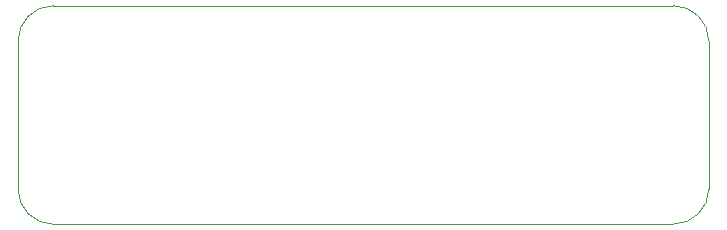
<source format=gm1>
%TF.GenerationSoftware,KiCad,Pcbnew,5.1.9*%
%TF.CreationDate,2021-04-29T00:15:12+02:00*%
%TF.ProjectId,headphoneswitch,68656164-7068-46f6-9e65-737769746368,rev?*%
%TF.SameCoordinates,Original*%
%TF.FileFunction,Profile,NP*%
%FSLAX46Y46*%
G04 Gerber Fmt 4.6, Leading zero omitted, Abs format (unit mm)*
G04 Created by KiCad (PCBNEW 5.1.9) date 2021-04-29 00:15:12*
%MOMM*%
%LPD*%
G01*
G04 APERTURE LIST*
%TA.AperFunction,Profile*%
%ADD10C,0.050000*%
%TD*%
%TA.AperFunction,Profile*%
%ADD11C,0.100000*%
%TD*%
G04 APERTURE END LIST*
D10*
X111750000Y-70750000D02*
X164250000Y-70750000D01*
X164250000Y-52250000D02*
G75*
G02*
X167250000Y-55250000I0J-3000000D01*
G01*
X167250000Y-67750000D02*
G75*
G02*
X164250000Y-70750000I-3000000J0D01*
G01*
X111750000Y-70750000D02*
G75*
G02*
X108750000Y-67750000I0J3000000D01*
G01*
X108750000Y-55250000D02*
G75*
G02*
X111750000Y-52250000I3000000J0D01*
G01*
D11*
X167250000Y-55250000D02*
X167250000Y-67750000D01*
X111750000Y-52250000D02*
X164250000Y-52250000D01*
X108750000Y-67750000D02*
X108750000Y-55250000D01*
M02*

</source>
